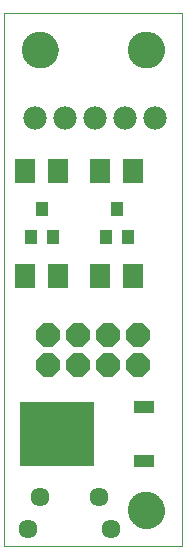
<source format=gts>
G75*
%MOIN*%
%OFA0B0*%
%FSLAX25Y25*%
%IPPOS*%
%LPD*%
%AMOC8*
5,1,8,0,0,1.08239X$1,22.5*
%
%ADD10C,0.00000*%
%ADD11C,0.12211*%
%ADD12OC8,0.07800*%
%ADD13C,0.07800*%
%ADD14R,0.03943X0.05124*%
%ADD15R,0.06699X0.08274*%
%ADD16R,0.06699X0.04337*%
%ADD17R,0.24809X0.21660*%
%ADD18C,0.06337*%
D10*
X0001800Y0005756D02*
X0001800Y0183295D01*
X0060855Y0183295D01*
X0060855Y0005756D01*
X0001800Y0005756D01*
X0043138Y0017567D02*
X0043140Y0017720D01*
X0043146Y0017874D01*
X0043156Y0018027D01*
X0043170Y0018179D01*
X0043188Y0018332D01*
X0043210Y0018483D01*
X0043235Y0018634D01*
X0043265Y0018785D01*
X0043299Y0018935D01*
X0043336Y0019083D01*
X0043377Y0019231D01*
X0043422Y0019377D01*
X0043471Y0019523D01*
X0043524Y0019667D01*
X0043580Y0019809D01*
X0043640Y0019950D01*
X0043704Y0020090D01*
X0043771Y0020228D01*
X0043842Y0020364D01*
X0043917Y0020498D01*
X0043994Y0020630D01*
X0044076Y0020760D01*
X0044160Y0020888D01*
X0044248Y0021014D01*
X0044339Y0021137D01*
X0044433Y0021258D01*
X0044531Y0021376D01*
X0044631Y0021492D01*
X0044735Y0021605D01*
X0044841Y0021716D01*
X0044950Y0021824D01*
X0045062Y0021929D01*
X0045176Y0022030D01*
X0045294Y0022129D01*
X0045413Y0022225D01*
X0045535Y0022318D01*
X0045660Y0022407D01*
X0045787Y0022494D01*
X0045916Y0022576D01*
X0046047Y0022656D01*
X0046180Y0022732D01*
X0046315Y0022805D01*
X0046452Y0022874D01*
X0046591Y0022939D01*
X0046731Y0023001D01*
X0046873Y0023059D01*
X0047016Y0023114D01*
X0047161Y0023165D01*
X0047307Y0023212D01*
X0047454Y0023255D01*
X0047602Y0023294D01*
X0047751Y0023330D01*
X0047901Y0023361D01*
X0048052Y0023389D01*
X0048203Y0023413D01*
X0048356Y0023433D01*
X0048508Y0023449D01*
X0048661Y0023461D01*
X0048814Y0023469D01*
X0048967Y0023473D01*
X0049121Y0023473D01*
X0049274Y0023469D01*
X0049427Y0023461D01*
X0049580Y0023449D01*
X0049732Y0023433D01*
X0049885Y0023413D01*
X0050036Y0023389D01*
X0050187Y0023361D01*
X0050337Y0023330D01*
X0050486Y0023294D01*
X0050634Y0023255D01*
X0050781Y0023212D01*
X0050927Y0023165D01*
X0051072Y0023114D01*
X0051215Y0023059D01*
X0051357Y0023001D01*
X0051497Y0022939D01*
X0051636Y0022874D01*
X0051773Y0022805D01*
X0051908Y0022732D01*
X0052041Y0022656D01*
X0052172Y0022576D01*
X0052301Y0022494D01*
X0052428Y0022407D01*
X0052553Y0022318D01*
X0052675Y0022225D01*
X0052794Y0022129D01*
X0052912Y0022030D01*
X0053026Y0021929D01*
X0053138Y0021824D01*
X0053247Y0021716D01*
X0053353Y0021605D01*
X0053457Y0021492D01*
X0053557Y0021376D01*
X0053655Y0021258D01*
X0053749Y0021137D01*
X0053840Y0021014D01*
X0053928Y0020888D01*
X0054012Y0020760D01*
X0054094Y0020630D01*
X0054171Y0020498D01*
X0054246Y0020364D01*
X0054317Y0020228D01*
X0054384Y0020090D01*
X0054448Y0019950D01*
X0054508Y0019809D01*
X0054564Y0019667D01*
X0054617Y0019523D01*
X0054666Y0019377D01*
X0054711Y0019231D01*
X0054752Y0019083D01*
X0054789Y0018935D01*
X0054823Y0018785D01*
X0054853Y0018634D01*
X0054878Y0018483D01*
X0054900Y0018332D01*
X0054918Y0018179D01*
X0054932Y0018027D01*
X0054942Y0017874D01*
X0054948Y0017720D01*
X0054950Y0017567D01*
X0054948Y0017414D01*
X0054942Y0017260D01*
X0054932Y0017107D01*
X0054918Y0016955D01*
X0054900Y0016802D01*
X0054878Y0016651D01*
X0054853Y0016500D01*
X0054823Y0016349D01*
X0054789Y0016199D01*
X0054752Y0016051D01*
X0054711Y0015903D01*
X0054666Y0015757D01*
X0054617Y0015611D01*
X0054564Y0015467D01*
X0054508Y0015325D01*
X0054448Y0015184D01*
X0054384Y0015044D01*
X0054317Y0014906D01*
X0054246Y0014770D01*
X0054171Y0014636D01*
X0054094Y0014504D01*
X0054012Y0014374D01*
X0053928Y0014246D01*
X0053840Y0014120D01*
X0053749Y0013997D01*
X0053655Y0013876D01*
X0053557Y0013758D01*
X0053457Y0013642D01*
X0053353Y0013529D01*
X0053247Y0013418D01*
X0053138Y0013310D01*
X0053026Y0013205D01*
X0052912Y0013104D01*
X0052794Y0013005D01*
X0052675Y0012909D01*
X0052553Y0012816D01*
X0052428Y0012727D01*
X0052301Y0012640D01*
X0052172Y0012558D01*
X0052041Y0012478D01*
X0051908Y0012402D01*
X0051773Y0012329D01*
X0051636Y0012260D01*
X0051497Y0012195D01*
X0051357Y0012133D01*
X0051215Y0012075D01*
X0051072Y0012020D01*
X0050927Y0011969D01*
X0050781Y0011922D01*
X0050634Y0011879D01*
X0050486Y0011840D01*
X0050337Y0011804D01*
X0050187Y0011773D01*
X0050036Y0011745D01*
X0049885Y0011721D01*
X0049732Y0011701D01*
X0049580Y0011685D01*
X0049427Y0011673D01*
X0049274Y0011665D01*
X0049121Y0011661D01*
X0048967Y0011661D01*
X0048814Y0011665D01*
X0048661Y0011673D01*
X0048508Y0011685D01*
X0048356Y0011701D01*
X0048203Y0011721D01*
X0048052Y0011745D01*
X0047901Y0011773D01*
X0047751Y0011804D01*
X0047602Y0011840D01*
X0047454Y0011879D01*
X0047307Y0011922D01*
X0047161Y0011969D01*
X0047016Y0012020D01*
X0046873Y0012075D01*
X0046731Y0012133D01*
X0046591Y0012195D01*
X0046452Y0012260D01*
X0046315Y0012329D01*
X0046180Y0012402D01*
X0046047Y0012478D01*
X0045916Y0012558D01*
X0045787Y0012640D01*
X0045660Y0012727D01*
X0045535Y0012816D01*
X0045413Y0012909D01*
X0045294Y0013005D01*
X0045176Y0013104D01*
X0045062Y0013205D01*
X0044950Y0013310D01*
X0044841Y0013418D01*
X0044735Y0013529D01*
X0044631Y0013642D01*
X0044531Y0013758D01*
X0044433Y0013876D01*
X0044339Y0013997D01*
X0044248Y0014120D01*
X0044160Y0014246D01*
X0044076Y0014374D01*
X0043994Y0014504D01*
X0043917Y0014636D01*
X0043842Y0014770D01*
X0043771Y0014906D01*
X0043704Y0015044D01*
X0043640Y0015184D01*
X0043580Y0015325D01*
X0043524Y0015467D01*
X0043471Y0015611D01*
X0043422Y0015757D01*
X0043377Y0015903D01*
X0043336Y0016051D01*
X0043299Y0016199D01*
X0043265Y0016349D01*
X0043235Y0016500D01*
X0043210Y0016651D01*
X0043188Y0016802D01*
X0043170Y0016955D01*
X0043156Y0017107D01*
X0043146Y0017260D01*
X0043140Y0017414D01*
X0043138Y0017567D01*
X0043138Y0171110D02*
X0043140Y0171263D01*
X0043146Y0171417D01*
X0043156Y0171570D01*
X0043170Y0171722D01*
X0043188Y0171875D01*
X0043210Y0172026D01*
X0043235Y0172177D01*
X0043265Y0172328D01*
X0043299Y0172478D01*
X0043336Y0172626D01*
X0043377Y0172774D01*
X0043422Y0172920D01*
X0043471Y0173066D01*
X0043524Y0173210D01*
X0043580Y0173352D01*
X0043640Y0173493D01*
X0043704Y0173633D01*
X0043771Y0173771D01*
X0043842Y0173907D01*
X0043917Y0174041D01*
X0043994Y0174173D01*
X0044076Y0174303D01*
X0044160Y0174431D01*
X0044248Y0174557D01*
X0044339Y0174680D01*
X0044433Y0174801D01*
X0044531Y0174919D01*
X0044631Y0175035D01*
X0044735Y0175148D01*
X0044841Y0175259D01*
X0044950Y0175367D01*
X0045062Y0175472D01*
X0045176Y0175573D01*
X0045294Y0175672D01*
X0045413Y0175768D01*
X0045535Y0175861D01*
X0045660Y0175950D01*
X0045787Y0176037D01*
X0045916Y0176119D01*
X0046047Y0176199D01*
X0046180Y0176275D01*
X0046315Y0176348D01*
X0046452Y0176417D01*
X0046591Y0176482D01*
X0046731Y0176544D01*
X0046873Y0176602D01*
X0047016Y0176657D01*
X0047161Y0176708D01*
X0047307Y0176755D01*
X0047454Y0176798D01*
X0047602Y0176837D01*
X0047751Y0176873D01*
X0047901Y0176904D01*
X0048052Y0176932D01*
X0048203Y0176956D01*
X0048356Y0176976D01*
X0048508Y0176992D01*
X0048661Y0177004D01*
X0048814Y0177012D01*
X0048967Y0177016D01*
X0049121Y0177016D01*
X0049274Y0177012D01*
X0049427Y0177004D01*
X0049580Y0176992D01*
X0049732Y0176976D01*
X0049885Y0176956D01*
X0050036Y0176932D01*
X0050187Y0176904D01*
X0050337Y0176873D01*
X0050486Y0176837D01*
X0050634Y0176798D01*
X0050781Y0176755D01*
X0050927Y0176708D01*
X0051072Y0176657D01*
X0051215Y0176602D01*
X0051357Y0176544D01*
X0051497Y0176482D01*
X0051636Y0176417D01*
X0051773Y0176348D01*
X0051908Y0176275D01*
X0052041Y0176199D01*
X0052172Y0176119D01*
X0052301Y0176037D01*
X0052428Y0175950D01*
X0052553Y0175861D01*
X0052675Y0175768D01*
X0052794Y0175672D01*
X0052912Y0175573D01*
X0053026Y0175472D01*
X0053138Y0175367D01*
X0053247Y0175259D01*
X0053353Y0175148D01*
X0053457Y0175035D01*
X0053557Y0174919D01*
X0053655Y0174801D01*
X0053749Y0174680D01*
X0053840Y0174557D01*
X0053928Y0174431D01*
X0054012Y0174303D01*
X0054094Y0174173D01*
X0054171Y0174041D01*
X0054246Y0173907D01*
X0054317Y0173771D01*
X0054384Y0173633D01*
X0054448Y0173493D01*
X0054508Y0173352D01*
X0054564Y0173210D01*
X0054617Y0173066D01*
X0054666Y0172920D01*
X0054711Y0172774D01*
X0054752Y0172626D01*
X0054789Y0172478D01*
X0054823Y0172328D01*
X0054853Y0172177D01*
X0054878Y0172026D01*
X0054900Y0171875D01*
X0054918Y0171722D01*
X0054932Y0171570D01*
X0054942Y0171417D01*
X0054948Y0171263D01*
X0054950Y0171110D01*
X0054948Y0170957D01*
X0054942Y0170803D01*
X0054932Y0170650D01*
X0054918Y0170498D01*
X0054900Y0170345D01*
X0054878Y0170194D01*
X0054853Y0170043D01*
X0054823Y0169892D01*
X0054789Y0169742D01*
X0054752Y0169594D01*
X0054711Y0169446D01*
X0054666Y0169300D01*
X0054617Y0169154D01*
X0054564Y0169010D01*
X0054508Y0168868D01*
X0054448Y0168727D01*
X0054384Y0168587D01*
X0054317Y0168449D01*
X0054246Y0168313D01*
X0054171Y0168179D01*
X0054094Y0168047D01*
X0054012Y0167917D01*
X0053928Y0167789D01*
X0053840Y0167663D01*
X0053749Y0167540D01*
X0053655Y0167419D01*
X0053557Y0167301D01*
X0053457Y0167185D01*
X0053353Y0167072D01*
X0053247Y0166961D01*
X0053138Y0166853D01*
X0053026Y0166748D01*
X0052912Y0166647D01*
X0052794Y0166548D01*
X0052675Y0166452D01*
X0052553Y0166359D01*
X0052428Y0166270D01*
X0052301Y0166183D01*
X0052172Y0166101D01*
X0052041Y0166021D01*
X0051908Y0165945D01*
X0051773Y0165872D01*
X0051636Y0165803D01*
X0051497Y0165738D01*
X0051357Y0165676D01*
X0051215Y0165618D01*
X0051072Y0165563D01*
X0050927Y0165512D01*
X0050781Y0165465D01*
X0050634Y0165422D01*
X0050486Y0165383D01*
X0050337Y0165347D01*
X0050187Y0165316D01*
X0050036Y0165288D01*
X0049885Y0165264D01*
X0049732Y0165244D01*
X0049580Y0165228D01*
X0049427Y0165216D01*
X0049274Y0165208D01*
X0049121Y0165204D01*
X0048967Y0165204D01*
X0048814Y0165208D01*
X0048661Y0165216D01*
X0048508Y0165228D01*
X0048356Y0165244D01*
X0048203Y0165264D01*
X0048052Y0165288D01*
X0047901Y0165316D01*
X0047751Y0165347D01*
X0047602Y0165383D01*
X0047454Y0165422D01*
X0047307Y0165465D01*
X0047161Y0165512D01*
X0047016Y0165563D01*
X0046873Y0165618D01*
X0046731Y0165676D01*
X0046591Y0165738D01*
X0046452Y0165803D01*
X0046315Y0165872D01*
X0046180Y0165945D01*
X0046047Y0166021D01*
X0045916Y0166101D01*
X0045787Y0166183D01*
X0045660Y0166270D01*
X0045535Y0166359D01*
X0045413Y0166452D01*
X0045294Y0166548D01*
X0045176Y0166647D01*
X0045062Y0166748D01*
X0044950Y0166853D01*
X0044841Y0166961D01*
X0044735Y0167072D01*
X0044631Y0167185D01*
X0044531Y0167301D01*
X0044433Y0167419D01*
X0044339Y0167540D01*
X0044248Y0167663D01*
X0044160Y0167789D01*
X0044076Y0167917D01*
X0043994Y0168047D01*
X0043917Y0168179D01*
X0043842Y0168313D01*
X0043771Y0168449D01*
X0043704Y0168587D01*
X0043640Y0168727D01*
X0043580Y0168868D01*
X0043524Y0169010D01*
X0043471Y0169154D01*
X0043422Y0169300D01*
X0043377Y0169446D01*
X0043336Y0169594D01*
X0043299Y0169742D01*
X0043265Y0169892D01*
X0043235Y0170043D01*
X0043210Y0170194D01*
X0043188Y0170345D01*
X0043170Y0170498D01*
X0043156Y0170650D01*
X0043146Y0170803D01*
X0043140Y0170957D01*
X0043138Y0171110D01*
X0007705Y0171110D02*
X0007707Y0171263D01*
X0007713Y0171417D01*
X0007723Y0171570D01*
X0007737Y0171722D01*
X0007755Y0171875D01*
X0007777Y0172026D01*
X0007802Y0172177D01*
X0007832Y0172328D01*
X0007866Y0172478D01*
X0007903Y0172626D01*
X0007944Y0172774D01*
X0007989Y0172920D01*
X0008038Y0173066D01*
X0008091Y0173210D01*
X0008147Y0173352D01*
X0008207Y0173493D01*
X0008271Y0173633D01*
X0008338Y0173771D01*
X0008409Y0173907D01*
X0008484Y0174041D01*
X0008561Y0174173D01*
X0008643Y0174303D01*
X0008727Y0174431D01*
X0008815Y0174557D01*
X0008906Y0174680D01*
X0009000Y0174801D01*
X0009098Y0174919D01*
X0009198Y0175035D01*
X0009302Y0175148D01*
X0009408Y0175259D01*
X0009517Y0175367D01*
X0009629Y0175472D01*
X0009743Y0175573D01*
X0009861Y0175672D01*
X0009980Y0175768D01*
X0010102Y0175861D01*
X0010227Y0175950D01*
X0010354Y0176037D01*
X0010483Y0176119D01*
X0010614Y0176199D01*
X0010747Y0176275D01*
X0010882Y0176348D01*
X0011019Y0176417D01*
X0011158Y0176482D01*
X0011298Y0176544D01*
X0011440Y0176602D01*
X0011583Y0176657D01*
X0011728Y0176708D01*
X0011874Y0176755D01*
X0012021Y0176798D01*
X0012169Y0176837D01*
X0012318Y0176873D01*
X0012468Y0176904D01*
X0012619Y0176932D01*
X0012770Y0176956D01*
X0012923Y0176976D01*
X0013075Y0176992D01*
X0013228Y0177004D01*
X0013381Y0177012D01*
X0013534Y0177016D01*
X0013688Y0177016D01*
X0013841Y0177012D01*
X0013994Y0177004D01*
X0014147Y0176992D01*
X0014299Y0176976D01*
X0014452Y0176956D01*
X0014603Y0176932D01*
X0014754Y0176904D01*
X0014904Y0176873D01*
X0015053Y0176837D01*
X0015201Y0176798D01*
X0015348Y0176755D01*
X0015494Y0176708D01*
X0015639Y0176657D01*
X0015782Y0176602D01*
X0015924Y0176544D01*
X0016064Y0176482D01*
X0016203Y0176417D01*
X0016340Y0176348D01*
X0016475Y0176275D01*
X0016608Y0176199D01*
X0016739Y0176119D01*
X0016868Y0176037D01*
X0016995Y0175950D01*
X0017120Y0175861D01*
X0017242Y0175768D01*
X0017361Y0175672D01*
X0017479Y0175573D01*
X0017593Y0175472D01*
X0017705Y0175367D01*
X0017814Y0175259D01*
X0017920Y0175148D01*
X0018024Y0175035D01*
X0018124Y0174919D01*
X0018222Y0174801D01*
X0018316Y0174680D01*
X0018407Y0174557D01*
X0018495Y0174431D01*
X0018579Y0174303D01*
X0018661Y0174173D01*
X0018738Y0174041D01*
X0018813Y0173907D01*
X0018884Y0173771D01*
X0018951Y0173633D01*
X0019015Y0173493D01*
X0019075Y0173352D01*
X0019131Y0173210D01*
X0019184Y0173066D01*
X0019233Y0172920D01*
X0019278Y0172774D01*
X0019319Y0172626D01*
X0019356Y0172478D01*
X0019390Y0172328D01*
X0019420Y0172177D01*
X0019445Y0172026D01*
X0019467Y0171875D01*
X0019485Y0171722D01*
X0019499Y0171570D01*
X0019509Y0171417D01*
X0019515Y0171263D01*
X0019517Y0171110D01*
X0019515Y0170957D01*
X0019509Y0170803D01*
X0019499Y0170650D01*
X0019485Y0170498D01*
X0019467Y0170345D01*
X0019445Y0170194D01*
X0019420Y0170043D01*
X0019390Y0169892D01*
X0019356Y0169742D01*
X0019319Y0169594D01*
X0019278Y0169446D01*
X0019233Y0169300D01*
X0019184Y0169154D01*
X0019131Y0169010D01*
X0019075Y0168868D01*
X0019015Y0168727D01*
X0018951Y0168587D01*
X0018884Y0168449D01*
X0018813Y0168313D01*
X0018738Y0168179D01*
X0018661Y0168047D01*
X0018579Y0167917D01*
X0018495Y0167789D01*
X0018407Y0167663D01*
X0018316Y0167540D01*
X0018222Y0167419D01*
X0018124Y0167301D01*
X0018024Y0167185D01*
X0017920Y0167072D01*
X0017814Y0166961D01*
X0017705Y0166853D01*
X0017593Y0166748D01*
X0017479Y0166647D01*
X0017361Y0166548D01*
X0017242Y0166452D01*
X0017120Y0166359D01*
X0016995Y0166270D01*
X0016868Y0166183D01*
X0016739Y0166101D01*
X0016608Y0166021D01*
X0016475Y0165945D01*
X0016340Y0165872D01*
X0016203Y0165803D01*
X0016064Y0165738D01*
X0015924Y0165676D01*
X0015782Y0165618D01*
X0015639Y0165563D01*
X0015494Y0165512D01*
X0015348Y0165465D01*
X0015201Y0165422D01*
X0015053Y0165383D01*
X0014904Y0165347D01*
X0014754Y0165316D01*
X0014603Y0165288D01*
X0014452Y0165264D01*
X0014299Y0165244D01*
X0014147Y0165228D01*
X0013994Y0165216D01*
X0013841Y0165208D01*
X0013688Y0165204D01*
X0013534Y0165204D01*
X0013381Y0165208D01*
X0013228Y0165216D01*
X0013075Y0165228D01*
X0012923Y0165244D01*
X0012770Y0165264D01*
X0012619Y0165288D01*
X0012468Y0165316D01*
X0012318Y0165347D01*
X0012169Y0165383D01*
X0012021Y0165422D01*
X0011874Y0165465D01*
X0011728Y0165512D01*
X0011583Y0165563D01*
X0011440Y0165618D01*
X0011298Y0165676D01*
X0011158Y0165738D01*
X0011019Y0165803D01*
X0010882Y0165872D01*
X0010747Y0165945D01*
X0010614Y0166021D01*
X0010483Y0166101D01*
X0010354Y0166183D01*
X0010227Y0166270D01*
X0010102Y0166359D01*
X0009980Y0166452D01*
X0009861Y0166548D01*
X0009743Y0166647D01*
X0009629Y0166748D01*
X0009517Y0166853D01*
X0009408Y0166961D01*
X0009302Y0167072D01*
X0009198Y0167185D01*
X0009098Y0167301D01*
X0009000Y0167419D01*
X0008906Y0167540D01*
X0008815Y0167663D01*
X0008727Y0167789D01*
X0008643Y0167917D01*
X0008561Y0168047D01*
X0008484Y0168179D01*
X0008409Y0168313D01*
X0008338Y0168449D01*
X0008271Y0168587D01*
X0008207Y0168727D01*
X0008147Y0168868D01*
X0008091Y0169010D01*
X0008038Y0169154D01*
X0007989Y0169300D01*
X0007944Y0169446D01*
X0007903Y0169594D01*
X0007866Y0169742D01*
X0007832Y0169892D01*
X0007802Y0170043D01*
X0007777Y0170194D01*
X0007755Y0170345D01*
X0007737Y0170498D01*
X0007723Y0170650D01*
X0007713Y0170803D01*
X0007707Y0170957D01*
X0007705Y0171110D01*
D11*
X0013611Y0171110D03*
X0049044Y0171110D03*
X0049044Y0017567D03*
D12*
X0046406Y0065874D03*
X0046406Y0075874D03*
X0036406Y0075874D03*
X0036406Y0065874D03*
X0026406Y0065874D03*
X0026406Y0075874D03*
X0016406Y0075874D03*
X0016406Y0065874D03*
D13*
X0012036Y0148256D03*
X0022036Y0148256D03*
X0032036Y0148256D03*
X0042036Y0148256D03*
X0052036Y0148256D03*
D14*
X0039300Y0117980D03*
X0035560Y0108531D03*
X0043040Y0108531D03*
X0018040Y0108531D03*
X0014300Y0117980D03*
X0010560Y0108531D03*
D15*
X0008788Y0095756D03*
X0019812Y0095756D03*
X0019812Y0130756D03*
X0008788Y0130756D03*
X0033788Y0130756D03*
X0044812Y0130756D03*
X0044812Y0095756D03*
X0033788Y0095756D03*
D16*
X0048198Y0051917D03*
X0048198Y0033965D03*
D17*
X0019457Y0042941D03*
D18*
X0013611Y0022094D03*
X0009674Y0011465D03*
X0033296Y0022094D03*
X0037233Y0011465D03*
M02*

</source>
